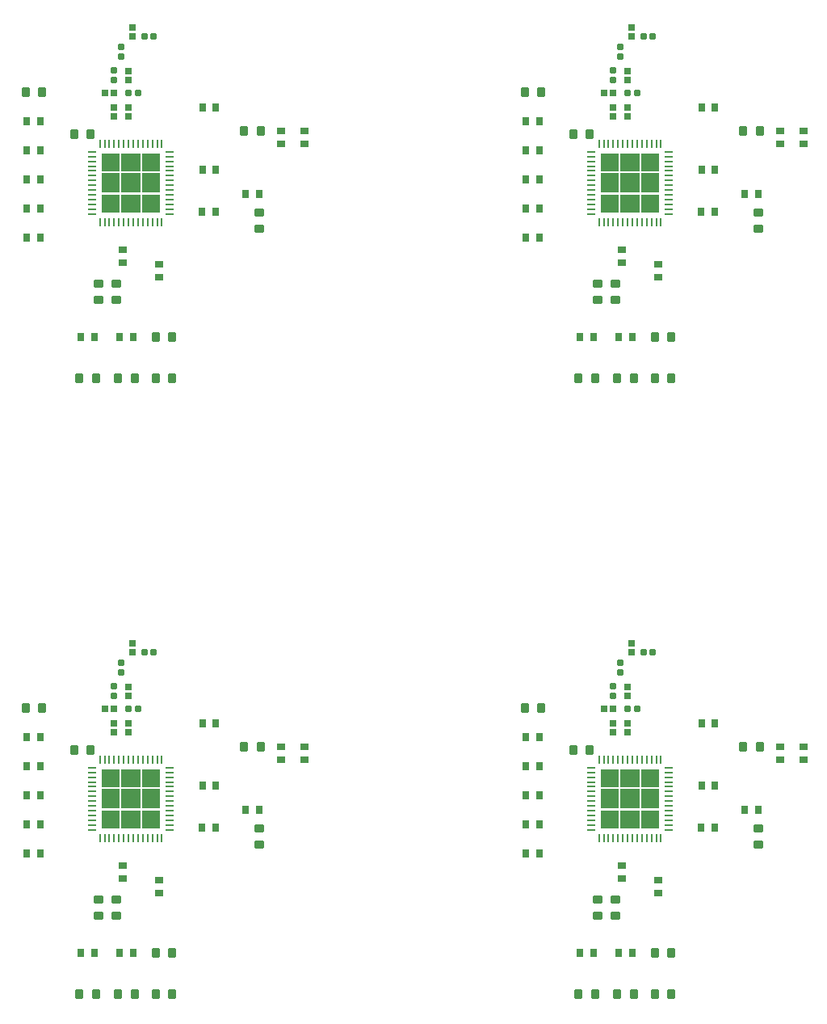
<source format=gtp>
G04 Layer_Color=8421504*
%FSLAX25Y25*%
%MOIN*%
G70*
G01*
G75*
%ADD11R,0.02953X0.03740*%
G04:AMPARAMS|DCode=12|XSize=39.37mil|YSize=35.43mil|CornerRadius=4.43mil|HoleSize=0mil|Usage=FLASHONLY|Rotation=180.000|XOffset=0mil|YOffset=0mil|HoleType=Round|Shape=RoundedRectangle|*
%AMROUNDEDRECTD12*
21,1,0.03937,0.02657,0,0,180.0*
21,1,0.03051,0.03543,0,0,180.0*
1,1,0.00886,-0.01526,0.01329*
1,1,0.00886,0.01526,0.01329*
1,1,0.00886,0.01526,-0.01329*
1,1,0.00886,-0.01526,-0.01329*
%
%ADD12ROUNDEDRECTD12*%
G04:AMPARAMS|DCode=13|XSize=39.37mil|YSize=35.43mil|CornerRadius=4.43mil|HoleSize=0mil|Usage=FLASHONLY|Rotation=90.000|XOffset=0mil|YOffset=0mil|HoleType=Round|Shape=RoundedRectangle|*
%AMROUNDEDRECTD13*
21,1,0.03937,0.02657,0,0,90.0*
21,1,0.03051,0.03543,0,0,90.0*
1,1,0.00886,0.01329,0.01526*
1,1,0.00886,0.01329,-0.01526*
1,1,0.00886,-0.01329,-0.01526*
1,1,0.00886,-0.01329,0.01526*
%
%ADD13ROUNDEDRECTD13*%
%ADD16R,0.03740X0.02953*%
%ADD17R,0.02520X0.02520*%
%ADD18R,0.02520X0.02520*%
G04:AMPARAMS|DCode=19|XSize=23.62mil|YSize=23.62mil|CornerRadius=2.36mil|HoleSize=0mil|Usage=FLASHONLY|Rotation=90.000|XOffset=0mil|YOffset=0mil|HoleType=Round|Shape=RoundedRectangle|*
%AMROUNDEDRECTD19*
21,1,0.02362,0.01890,0,0,90.0*
21,1,0.01890,0.02362,0,0,90.0*
1,1,0.00472,0.00945,0.00945*
1,1,0.00472,0.00945,-0.00945*
1,1,0.00472,-0.00945,-0.00945*
1,1,0.00472,-0.00945,0.00945*
%
%ADD19ROUNDEDRECTD19*%
G04:AMPARAMS|DCode=20|XSize=23.62mil|YSize=23.62mil|CornerRadius=2.36mil|HoleSize=0mil|Usage=FLASHONLY|Rotation=180.000|XOffset=0mil|YOffset=0mil|HoleType=Round|Shape=RoundedRectangle|*
%AMROUNDEDRECTD20*
21,1,0.02362,0.01890,0,0,180.0*
21,1,0.01890,0.02362,0,0,180.0*
1,1,0.00472,-0.00945,0.00945*
1,1,0.00472,0.00945,0.00945*
1,1,0.00472,0.00945,-0.00945*
1,1,0.00472,-0.00945,-0.00945*
%
%ADD20ROUNDEDRECTD20*%
%ADD53R,0.07480X0.07480*%
%ADD54R,0.07480X0.07874*%
%ADD55R,0.07874X0.07480*%
%ADD56R,0.07874X0.07874*%
%ADD57O,0.03343X0.00784*%
%ADD58O,0.00784X0.03343*%
D11*
X150688Y152000D02*
D03*
X156200D02*
D03*
X138212Y187500D02*
D03*
X132700D02*
D03*
Y162000D02*
D03*
X138212D02*
D03*
X65700Y182000D02*
D03*
X60188D02*
D03*
X65712Y170000D02*
D03*
X60200D02*
D03*
X65712Y158000D02*
D03*
X60200D02*
D03*
X65700Y146000D02*
D03*
X60188D02*
D03*
X65700Y134000D02*
D03*
X60188D02*
D03*
X132688Y144500D02*
D03*
X138200D02*
D03*
X88200Y93000D02*
D03*
X82688D02*
D03*
X98688D02*
D03*
X104200D02*
D03*
X356688Y152000D02*
D03*
X362200D02*
D03*
X344212Y187500D02*
D03*
X338700D02*
D03*
Y162000D02*
D03*
X344212D02*
D03*
X271700Y182000D02*
D03*
X266188D02*
D03*
X271712Y170000D02*
D03*
X266200D02*
D03*
X271712Y158000D02*
D03*
X266200D02*
D03*
X271700Y146000D02*
D03*
X266188D02*
D03*
X271700Y134000D02*
D03*
X266188D02*
D03*
X338688Y144500D02*
D03*
X344200D02*
D03*
X294200Y93000D02*
D03*
X288688D02*
D03*
X304688D02*
D03*
X310200D02*
D03*
X150688Y406000D02*
D03*
X156200D02*
D03*
X138212Y441500D02*
D03*
X132700D02*
D03*
Y416000D02*
D03*
X138212D02*
D03*
X65700Y436000D02*
D03*
X60188D02*
D03*
X65712Y424000D02*
D03*
X60200D02*
D03*
X65712Y412000D02*
D03*
X60200D02*
D03*
X65700Y400000D02*
D03*
X60188D02*
D03*
X65700Y388000D02*
D03*
X60188D02*
D03*
X132688Y398500D02*
D03*
X138200D02*
D03*
X88200Y347000D02*
D03*
X82688D02*
D03*
X98688D02*
D03*
X104200D02*
D03*
X356688Y406000D02*
D03*
X362200D02*
D03*
X344212Y441500D02*
D03*
X338700D02*
D03*
Y416000D02*
D03*
X344212D02*
D03*
X271700Y436000D02*
D03*
X266188D02*
D03*
X271712Y424000D02*
D03*
X266200D02*
D03*
X271712Y412000D02*
D03*
X266200D02*
D03*
X271700Y400000D02*
D03*
X266188D02*
D03*
X271700Y388000D02*
D03*
X266188D02*
D03*
X338688Y398500D02*
D03*
X344200D02*
D03*
X294200Y347000D02*
D03*
X288688D02*
D03*
X304688D02*
D03*
X310200D02*
D03*
D12*
X156200Y144193D02*
D03*
Y137500D02*
D03*
X89700Y108307D02*
D03*
Y115000D02*
D03*
X97200D02*
D03*
Y108307D02*
D03*
X362200Y144193D02*
D03*
Y137500D02*
D03*
X295700Y108307D02*
D03*
Y115000D02*
D03*
X303200D02*
D03*
Y108307D02*
D03*
X156200Y398193D02*
D03*
Y391500D02*
D03*
X89700Y362307D02*
D03*
Y369000D02*
D03*
X97200D02*
D03*
Y362307D02*
D03*
X362200Y398193D02*
D03*
Y391500D02*
D03*
X295700Y362307D02*
D03*
Y369000D02*
D03*
X303200D02*
D03*
Y362307D02*
D03*
D13*
X86393Y176500D02*
D03*
X79700D02*
D03*
X59700Y194000D02*
D03*
X66393D02*
D03*
X156700Y178000D02*
D03*
X150007D02*
D03*
X113507Y93000D02*
D03*
X120200D02*
D03*
Y76000D02*
D03*
X113507D02*
D03*
X104700D02*
D03*
X98007D02*
D03*
X82007D02*
D03*
X88700D02*
D03*
X292393Y176500D02*
D03*
X285700D02*
D03*
X265700Y194000D02*
D03*
X272393D02*
D03*
X362700Y178000D02*
D03*
X356007D02*
D03*
X319507Y93000D02*
D03*
X326200D02*
D03*
Y76000D02*
D03*
X319507D02*
D03*
X310700D02*
D03*
X304007D02*
D03*
X288007D02*
D03*
X294700D02*
D03*
X86393Y430500D02*
D03*
X79700D02*
D03*
X59700Y448000D02*
D03*
X66393D02*
D03*
X156700Y432000D02*
D03*
X150007D02*
D03*
X113507Y347000D02*
D03*
X120200D02*
D03*
Y330000D02*
D03*
X113507D02*
D03*
X104700D02*
D03*
X98007D02*
D03*
X82007D02*
D03*
X88700D02*
D03*
X292393Y430500D02*
D03*
X285700D02*
D03*
X265700Y448000D02*
D03*
X272393D02*
D03*
X362700Y432000D02*
D03*
X356007D02*
D03*
X319507Y347000D02*
D03*
X326200D02*
D03*
Y330000D02*
D03*
X319507D02*
D03*
X310700D02*
D03*
X304007D02*
D03*
X288007D02*
D03*
X294700D02*
D03*
D16*
X99700Y129012D02*
D03*
Y123500D02*
D03*
X114700Y123012D02*
D03*
Y117500D02*
D03*
X165200Y178012D02*
D03*
Y172500D02*
D03*
X174700Y178012D02*
D03*
Y172500D02*
D03*
X305700Y129012D02*
D03*
Y123500D02*
D03*
X320700Y123012D02*
D03*
Y117500D02*
D03*
X371200Y178012D02*
D03*
Y172500D02*
D03*
X380700Y178012D02*
D03*
Y172500D02*
D03*
X99700Y383012D02*
D03*
Y377500D02*
D03*
X114700Y377012D02*
D03*
Y371500D02*
D03*
X165200Y432012D02*
D03*
Y426500D02*
D03*
X174700Y432012D02*
D03*
Y426500D02*
D03*
X305700Y383012D02*
D03*
Y377500D02*
D03*
X320700Y377012D02*
D03*
Y371500D02*
D03*
X371200Y432012D02*
D03*
Y426500D02*
D03*
X380700Y432012D02*
D03*
Y426500D02*
D03*
D17*
X103700Y217000D02*
D03*
Y220622D02*
D03*
X102200Y199000D02*
D03*
Y202622D02*
D03*
X96200Y184000D02*
D03*
Y187622D02*
D03*
X102200Y184000D02*
D03*
Y187622D02*
D03*
X309700Y217000D02*
D03*
Y220622D02*
D03*
X308200Y199000D02*
D03*
Y202622D02*
D03*
X302200Y184000D02*
D03*
Y187622D02*
D03*
X308200Y184000D02*
D03*
Y187622D02*
D03*
X103700Y471000D02*
D03*
Y474622D02*
D03*
X102200Y453000D02*
D03*
Y456622D02*
D03*
X96200Y438000D02*
D03*
Y441622D02*
D03*
X102200Y438000D02*
D03*
Y441622D02*
D03*
X309700Y471000D02*
D03*
Y474622D02*
D03*
X308200Y453000D02*
D03*
Y456622D02*
D03*
X302200Y438000D02*
D03*
Y441622D02*
D03*
X308200Y438000D02*
D03*
Y441622D02*
D03*
D18*
X92578Y193500D02*
D03*
X96200D02*
D03*
X298578D02*
D03*
X302200D02*
D03*
X92578Y447500D02*
D03*
X96200D02*
D03*
X298578D02*
D03*
X302200D02*
D03*
D19*
X112637Y217000D02*
D03*
X108700D02*
D03*
X102200Y193500D02*
D03*
X106137D02*
D03*
X318637Y217000D02*
D03*
X314700D02*
D03*
X308200Y193500D02*
D03*
X312137D02*
D03*
X112637Y471000D02*
D03*
X108700D02*
D03*
X102200Y447500D02*
D03*
X106137D02*
D03*
X318637Y471000D02*
D03*
X314700D02*
D03*
X308200Y447500D02*
D03*
X312137D02*
D03*
D20*
X99200Y212437D02*
D03*
Y208500D02*
D03*
X96200Y202937D02*
D03*
Y199000D02*
D03*
X305200Y212437D02*
D03*
Y208500D02*
D03*
X302200Y202937D02*
D03*
Y199000D02*
D03*
X99200Y466437D02*
D03*
Y462500D02*
D03*
X96200Y456937D02*
D03*
Y453000D02*
D03*
X305200Y466437D02*
D03*
Y462500D02*
D03*
X302200Y456937D02*
D03*
Y453000D02*
D03*
D53*
X94735Y148035D02*
D03*
Y164965D02*
D03*
X111665Y148035D02*
D03*
Y164964D02*
D03*
X300735Y148035D02*
D03*
Y164965D02*
D03*
X317665Y148035D02*
D03*
Y164964D02*
D03*
X94735Y402035D02*
D03*
Y418965D02*
D03*
X111665Y402035D02*
D03*
Y418964D02*
D03*
X300735Y402035D02*
D03*
Y418965D02*
D03*
X317665Y402035D02*
D03*
Y418964D02*
D03*
D54*
X94735Y156500D02*
D03*
X111665Y156500D02*
D03*
X300735Y156500D02*
D03*
X317665Y156500D02*
D03*
X94735Y410500D02*
D03*
X111665Y410500D02*
D03*
X300735Y410500D02*
D03*
X317665Y410500D02*
D03*
D55*
X103200Y148035D02*
D03*
X103200Y164964D02*
D03*
X309200Y148035D02*
D03*
X309200Y164964D02*
D03*
X103200Y402035D02*
D03*
X103200Y418964D02*
D03*
X309200Y402035D02*
D03*
X309200Y418964D02*
D03*
D56*
X103200Y156500D02*
D03*
X309200D02*
D03*
X103200Y410500D02*
D03*
X309200D02*
D03*
D57*
X87058Y143705D02*
D03*
Y145673D02*
D03*
Y147642D02*
D03*
Y149610D02*
D03*
Y151579D02*
D03*
Y153547D02*
D03*
Y155516D02*
D03*
Y157484D02*
D03*
Y159453D02*
D03*
Y161421D02*
D03*
Y163390D02*
D03*
Y165358D02*
D03*
Y167327D02*
D03*
Y169295D02*
D03*
X119342D02*
D03*
Y167327D02*
D03*
Y165358D02*
D03*
Y163390D02*
D03*
Y161421D02*
D03*
Y159453D02*
D03*
Y157484D02*
D03*
Y155516D02*
D03*
Y153547D02*
D03*
Y151579D02*
D03*
Y149610D02*
D03*
Y147642D02*
D03*
Y145673D02*
D03*
Y143705D02*
D03*
X293058D02*
D03*
Y145673D02*
D03*
Y147642D02*
D03*
Y149610D02*
D03*
Y151579D02*
D03*
Y153547D02*
D03*
Y155516D02*
D03*
Y157484D02*
D03*
Y159453D02*
D03*
Y161421D02*
D03*
Y163390D02*
D03*
Y165358D02*
D03*
Y167327D02*
D03*
Y169295D02*
D03*
X325342D02*
D03*
Y167327D02*
D03*
Y165358D02*
D03*
Y163390D02*
D03*
Y161421D02*
D03*
Y159453D02*
D03*
Y157484D02*
D03*
Y155516D02*
D03*
Y153547D02*
D03*
Y151579D02*
D03*
Y149610D02*
D03*
Y147642D02*
D03*
Y145673D02*
D03*
Y143705D02*
D03*
X87058Y397705D02*
D03*
Y399673D02*
D03*
Y401642D02*
D03*
Y403610D02*
D03*
Y405579D02*
D03*
Y407547D02*
D03*
Y409516D02*
D03*
Y411484D02*
D03*
Y413453D02*
D03*
Y415421D02*
D03*
Y417390D02*
D03*
Y419358D02*
D03*
Y421327D02*
D03*
Y423295D02*
D03*
X119342D02*
D03*
Y421327D02*
D03*
Y419358D02*
D03*
Y417390D02*
D03*
Y415421D02*
D03*
Y413453D02*
D03*
Y411484D02*
D03*
Y409516D02*
D03*
Y407547D02*
D03*
Y405579D02*
D03*
Y403610D02*
D03*
Y401642D02*
D03*
Y399673D02*
D03*
Y397705D02*
D03*
X293058D02*
D03*
Y399673D02*
D03*
Y401642D02*
D03*
Y403610D02*
D03*
Y405579D02*
D03*
Y407547D02*
D03*
Y409516D02*
D03*
Y411484D02*
D03*
Y413453D02*
D03*
Y415421D02*
D03*
Y417390D02*
D03*
Y419358D02*
D03*
Y421327D02*
D03*
Y423295D02*
D03*
X325342D02*
D03*
Y421327D02*
D03*
Y419358D02*
D03*
Y417390D02*
D03*
Y415421D02*
D03*
Y413453D02*
D03*
Y411484D02*
D03*
Y409516D02*
D03*
Y407547D02*
D03*
Y405579D02*
D03*
Y403610D02*
D03*
Y401642D02*
D03*
Y399673D02*
D03*
Y397705D02*
D03*
D58*
X90405Y172642D02*
D03*
X92373D02*
D03*
X94342D02*
D03*
X96310D02*
D03*
X98279D02*
D03*
X100247D02*
D03*
X102216D02*
D03*
X104184D02*
D03*
X106153D02*
D03*
X108121D02*
D03*
X110090D02*
D03*
X112058D02*
D03*
X114027D02*
D03*
X115995D02*
D03*
Y140358D02*
D03*
X114027D02*
D03*
X112058D02*
D03*
X110090D02*
D03*
X108121D02*
D03*
X106153D02*
D03*
X104184D02*
D03*
X102216D02*
D03*
X100247D02*
D03*
X98279D02*
D03*
X96310D02*
D03*
X94342D02*
D03*
X92373D02*
D03*
X90405D02*
D03*
X296405Y172642D02*
D03*
X298373D02*
D03*
X300342D02*
D03*
X302310D02*
D03*
X304279D02*
D03*
X306247D02*
D03*
X308216D02*
D03*
X310184D02*
D03*
X312153D02*
D03*
X314121D02*
D03*
X316090D02*
D03*
X318058D02*
D03*
X320027D02*
D03*
X321995D02*
D03*
Y140358D02*
D03*
X320027D02*
D03*
X318058D02*
D03*
X316090D02*
D03*
X314121D02*
D03*
X312153D02*
D03*
X310184D02*
D03*
X308216D02*
D03*
X306247D02*
D03*
X304279D02*
D03*
X302310D02*
D03*
X300342D02*
D03*
X298373D02*
D03*
X296405D02*
D03*
X90405Y426642D02*
D03*
X92373D02*
D03*
X94342D02*
D03*
X96310D02*
D03*
X98279D02*
D03*
X100247D02*
D03*
X102216D02*
D03*
X104184D02*
D03*
X106153D02*
D03*
X108121D02*
D03*
X110090D02*
D03*
X112058D02*
D03*
X114027D02*
D03*
X115995D02*
D03*
Y394358D02*
D03*
X114027D02*
D03*
X112058D02*
D03*
X110090D02*
D03*
X108121D02*
D03*
X106153D02*
D03*
X104184D02*
D03*
X102216D02*
D03*
X100247D02*
D03*
X98279D02*
D03*
X96310D02*
D03*
X94342D02*
D03*
X92373D02*
D03*
X90405D02*
D03*
X296405Y426642D02*
D03*
X298373D02*
D03*
X300342D02*
D03*
X302310D02*
D03*
X304279D02*
D03*
X306247D02*
D03*
X308216D02*
D03*
X310184D02*
D03*
X312153D02*
D03*
X314121D02*
D03*
X316090D02*
D03*
X318058D02*
D03*
X320027D02*
D03*
X321995D02*
D03*
Y394358D02*
D03*
X320027D02*
D03*
X318058D02*
D03*
X316090D02*
D03*
X314121D02*
D03*
X312153D02*
D03*
X310184D02*
D03*
X308216D02*
D03*
X306247D02*
D03*
X304279D02*
D03*
X302310D02*
D03*
X300342D02*
D03*
X298373D02*
D03*
X296405D02*
D03*
M02*

</source>
